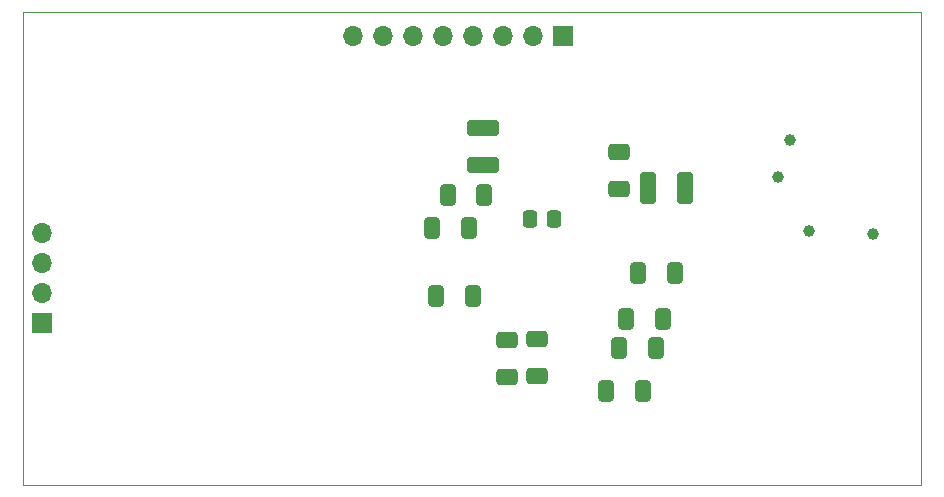
<source format=gbr>
%TF.GenerationSoftware,KiCad,Pcbnew,7.0.2*%
%TF.CreationDate,2023-06-20T23:12:55+02:00*%
%TF.ProjectId,qca7000,71636137-3030-4302-9e6b-696361645f70,rev?*%
%TF.SameCoordinates,Original*%
%TF.FileFunction,Soldermask,Bot*%
%TF.FilePolarity,Negative*%
%FSLAX46Y46*%
G04 Gerber Fmt 4.6, Leading zero omitted, Abs format (unit mm)*
G04 Created by KiCad (PCBNEW 7.0.2) date 2023-06-20 23:12:55*
%MOMM*%
%LPD*%
G01*
G04 APERTURE LIST*
G04 Aperture macros list*
%AMRoundRect*
0 Rectangle with rounded corners*
0 $1 Rounding radius*
0 $2 $3 $4 $5 $6 $7 $8 $9 X,Y pos of 4 corners*
0 Add a 4 corners polygon primitive as box body*
4,1,4,$2,$3,$4,$5,$6,$7,$8,$9,$2,$3,0*
0 Add four circle primitives for the rounded corners*
1,1,$1+$1,$2,$3*
1,1,$1+$1,$4,$5*
1,1,$1+$1,$6,$7*
1,1,$1+$1,$8,$9*
0 Add four rect primitives between the rounded corners*
20,1,$1+$1,$2,$3,$4,$5,0*
20,1,$1+$1,$4,$5,$6,$7,0*
20,1,$1+$1,$6,$7,$8,$9,0*
20,1,$1+$1,$8,$9,$2,$3,0*%
G04 Aperture macros list end*
%ADD10R,1.700000X1.700000*%
%ADD11O,1.700000X1.700000*%
%ADD12C,1.000000*%
%ADD13RoundRect,0.250000X0.412500X0.650000X-0.412500X0.650000X-0.412500X-0.650000X0.412500X-0.650000X0*%
%ADD14RoundRect,0.250000X-0.650000X0.412500X-0.650000X-0.412500X0.650000X-0.412500X0.650000X0.412500X0*%
%ADD15RoundRect,0.250000X-0.412500X-1.100000X0.412500X-1.100000X0.412500X1.100000X-0.412500X1.100000X0*%
%ADD16RoundRect,0.250000X0.650000X-0.412500X0.650000X0.412500X-0.650000X0.412500X-0.650000X-0.412500X0*%
%ADD17RoundRect,0.250000X0.337500X0.475000X-0.337500X0.475000X-0.337500X-0.475000X0.337500X-0.475000X0*%
%ADD18RoundRect,0.250000X-1.100000X0.412500X-1.100000X-0.412500X1.100000X-0.412500X1.100000X0.412500X0*%
%TA.AperFunction,Profile*%
%ADD19C,0.100000*%
%TD*%
G04 APERTURE END LIST*
D10*
%TO.C,J1*%
X92580000Y-66820000D03*
D11*
X92580000Y-64280000D03*
X92580000Y-61740000D03*
X92580000Y-59200000D03*
%TD*%
D12*
%TO.C,TP9*%
X154900000Y-54450000D03*
%TD*%
%TO.C,TP6*%
X155950000Y-51290000D03*
%TD*%
D10*
%TO.C,J2*%
X136700000Y-42500000D03*
D11*
X134160000Y-42500000D03*
X131620000Y-42500000D03*
X129080000Y-42500000D03*
X126540000Y-42500000D03*
X124000000Y-42500000D03*
X121460000Y-42500000D03*
X118920000Y-42500000D03*
%TD*%
D12*
%TO.C,TP8*%
X162940000Y-59280000D03*
%TD*%
%TO.C,TP7*%
X157520000Y-59050000D03*
%TD*%
D13*
%TO.C,C31*%
X146212500Y-62600000D03*
X143087500Y-62600000D03*
%TD*%
%TO.C,C26*%
X144612500Y-68900000D03*
X141487500Y-68900000D03*
%TD*%
D14*
%TO.C,C11*%
X132000000Y-68237500D03*
X132000000Y-71362500D03*
%TD*%
D13*
%TO.C,C28*%
X143512500Y-72550000D03*
X140387500Y-72550000D03*
%TD*%
%TO.C,C40*%
X128762500Y-58750000D03*
X125637500Y-58750000D03*
%TD*%
D15*
%TO.C,C54*%
X143887500Y-55350000D03*
X147012500Y-55350000D03*
%TD*%
D13*
%TO.C,C50*%
X130062500Y-55950000D03*
X126937500Y-55950000D03*
%TD*%
D16*
%TO.C,C25*%
X134500000Y-71312500D03*
X134500000Y-68187500D03*
%TD*%
D13*
%TO.C,C33*%
X129112500Y-64500000D03*
X125987500Y-64500000D03*
%TD*%
%TO.C,C16*%
X145212500Y-66500000D03*
X142087500Y-66500000D03*
%TD*%
D17*
%TO.C,C18*%
X135977500Y-57990000D03*
X133902500Y-57990000D03*
%TD*%
D16*
%TO.C,C27*%
X141450000Y-55462500D03*
X141450000Y-52337500D03*
%TD*%
D18*
%TO.C,C37*%
X129930000Y-50307500D03*
X129930000Y-53432500D03*
%TD*%
D19*
X91000000Y-40500000D02*
X167000000Y-40500000D01*
X167000000Y-80500000D01*
X91000000Y-80500000D01*
X91000000Y-40500000D01*
M02*

</source>
